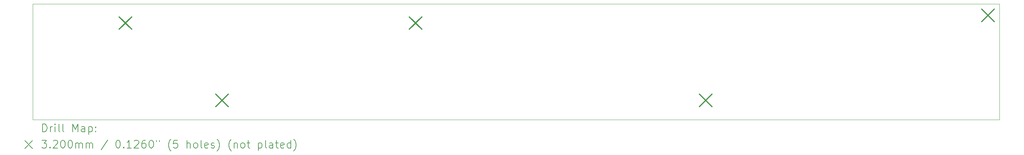
<source format=gbr>
%TF.GenerationSoftware,KiCad,Pcbnew,8.0.4*%
%TF.CreationDate,2024-09-19T20:08:32+02:00*%
%TF.ProjectId,Displays_Strip,44697370-6c61-4797-935f-53747269702e,rev?*%
%TF.SameCoordinates,Original*%
%TF.FileFunction,Drillmap*%
%TF.FilePolarity,Positive*%
%FSLAX45Y45*%
G04 Gerber Fmt 4.5, Leading zero omitted, Abs format (unit mm)*
G04 Created by KiCad (PCBNEW 8.0.4) date 2024-09-19 20:08:32*
%MOMM*%
%LPD*%
G01*
G04 APERTURE LIST*
%ADD10C,0.050000*%
%ADD11C,0.200000*%
%ADD12C,0.320000*%
G04 APERTURE END LIST*
D10*
X2000000Y-15000000D02*
X27000000Y-15000000D01*
X2000000Y-12000000D02*
X2000000Y-15000000D01*
X27000000Y-15000000D02*
X27000000Y-12000000D01*
X27000000Y-12000000D02*
X2000000Y-12000000D01*
D11*
D12*
X4240000Y-12340000D02*
X4560000Y-12660000D01*
X4560000Y-12340000D02*
X4240000Y-12660000D01*
X6740000Y-14340000D02*
X7060000Y-14660000D01*
X7060000Y-14340000D02*
X6740000Y-14660000D01*
X11740000Y-12340000D02*
X12060000Y-12660000D01*
X12060000Y-12340000D02*
X11740000Y-12660000D01*
X19240000Y-14340000D02*
X19560000Y-14660000D01*
X19560000Y-14340000D02*
X19240000Y-14660000D01*
X26540000Y-12140000D02*
X26860000Y-12460000D01*
X26860000Y-12140000D02*
X26540000Y-12460000D01*
D11*
X2258277Y-15313984D02*
X2258277Y-15113984D01*
X2258277Y-15113984D02*
X2305896Y-15113984D01*
X2305896Y-15113984D02*
X2334467Y-15123508D01*
X2334467Y-15123508D02*
X2353515Y-15142555D01*
X2353515Y-15142555D02*
X2363039Y-15161603D01*
X2363039Y-15161603D02*
X2372563Y-15199698D01*
X2372563Y-15199698D02*
X2372563Y-15228269D01*
X2372563Y-15228269D02*
X2363039Y-15266365D01*
X2363039Y-15266365D02*
X2353515Y-15285412D01*
X2353515Y-15285412D02*
X2334467Y-15304460D01*
X2334467Y-15304460D02*
X2305896Y-15313984D01*
X2305896Y-15313984D02*
X2258277Y-15313984D01*
X2458277Y-15313984D02*
X2458277Y-15180650D01*
X2458277Y-15218746D02*
X2467801Y-15199698D01*
X2467801Y-15199698D02*
X2477324Y-15190174D01*
X2477324Y-15190174D02*
X2496372Y-15180650D01*
X2496372Y-15180650D02*
X2515420Y-15180650D01*
X2582086Y-15313984D02*
X2582086Y-15180650D01*
X2582086Y-15113984D02*
X2572563Y-15123508D01*
X2572563Y-15123508D02*
X2582086Y-15133031D01*
X2582086Y-15133031D02*
X2591610Y-15123508D01*
X2591610Y-15123508D02*
X2582086Y-15113984D01*
X2582086Y-15113984D02*
X2582086Y-15133031D01*
X2705896Y-15313984D02*
X2686848Y-15304460D01*
X2686848Y-15304460D02*
X2677324Y-15285412D01*
X2677324Y-15285412D02*
X2677324Y-15113984D01*
X2810658Y-15313984D02*
X2791610Y-15304460D01*
X2791610Y-15304460D02*
X2782086Y-15285412D01*
X2782086Y-15285412D02*
X2782086Y-15113984D01*
X3039229Y-15313984D02*
X3039229Y-15113984D01*
X3039229Y-15113984D02*
X3105896Y-15256841D01*
X3105896Y-15256841D02*
X3172562Y-15113984D01*
X3172562Y-15113984D02*
X3172562Y-15313984D01*
X3353515Y-15313984D02*
X3353515Y-15209222D01*
X3353515Y-15209222D02*
X3343991Y-15190174D01*
X3343991Y-15190174D02*
X3324943Y-15180650D01*
X3324943Y-15180650D02*
X3286848Y-15180650D01*
X3286848Y-15180650D02*
X3267801Y-15190174D01*
X3353515Y-15304460D02*
X3334467Y-15313984D01*
X3334467Y-15313984D02*
X3286848Y-15313984D01*
X3286848Y-15313984D02*
X3267801Y-15304460D01*
X3267801Y-15304460D02*
X3258277Y-15285412D01*
X3258277Y-15285412D02*
X3258277Y-15266365D01*
X3258277Y-15266365D02*
X3267801Y-15247317D01*
X3267801Y-15247317D02*
X3286848Y-15237793D01*
X3286848Y-15237793D02*
X3334467Y-15237793D01*
X3334467Y-15237793D02*
X3353515Y-15228269D01*
X3448753Y-15180650D02*
X3448753Y-15380650D01*
X3448753Y-15190174D02*
X3467801Y-15180650D01*
X3467801Y-15180650D02*
X3505896Y-15180650D01*
X3505896Y-15180650D02*
X3524943Y-15190174D01*
X3524943Y-15190174D02*
X3534467Y-15199698D01*
X3534467Y-15199698D02*
X3543991Y-15218746D01*
X3543991Y-15218746D02*
X3543991Y-15275888D01*
X3543991Y-15275888D02*
X3534467Y-15294936D01*
X3534467Y-15294936D02*
X3524943Y-15304460D01*
X3524943Y-15304460D02*
X3505896Y-15313984D01*
X3505896Y-15313984D02*
X3467801Y-15313984D01*
X3467801Y-15313984D02*
X3448753Y-15304460D01*
X3629705Y-15294936D02*
X3639229Y-15304460D01*
X3639229Y-15304460D02*
X3629705Y-15313984D01*
X3629705Y-15313984D02*
X3620182Y-15304460D01*
X3620182Y-15304460D02*
X3629705Y-15294936D01*
X3629705Y-15294936D02*
X3629705Y-15313984D01*
X3629705Y-15190174D02*
X3639229Y-15199698D01*
X3639229Y-15199698D02*
X3629705Y-15209222D01*
X3629705Y-15209222D02*
X3620182Y-15199698D01*
X3620182Y-15199698D02*
X3629705Y-15190174D01*
X3629705Y-15190174D02*
X3629705Y-15209222D01*
X1797500Y-15542500D02*
X1997500Y-15742500D01*
X1997500Y-15542500D02*
X1797500Y-15742500D01*
X2239229Y-15533984D02*
X2363039Y-15533984D01*
X2363039Y-15533984D02*
X2296372Y-15610174D01*
X2296372Y-15610174D02*
X2324944Y-15610174D01*
X2324944Y-15610174D02*
X2343991Y-15619698D01*
X2343991Y-15619698D02*
X2353515Y-15629222D01*
X2353515Y-15629222D02*
X2363039Y-15648269D01*
X2363039Y-15648269D02*
X2363039Y-15695888D01*
X2363039Y-15695888D02*
X2353515Y-15714936D01*
X2353515Y-15714936D02*
X2343991Y-15724460D01*
X2343991Y-15724460D02*
X2324944Y-15733984D01*
X2324944Y-15733984D02*
X2267801Y-15733984D01*
X2267801Y-15733984D02*
X2248753Y-15724460D01*
X2248753Y-15724460D02*
X2239229Y-15714936D01*
X2448753Y-15714936D02*
X2458277Y-15724460D01*
X2458277Y-15724460D02*
X2448753Y-15733984D01*
X2448753Y-15733984D02*
X2439229Y-15724460D01*
X2439229Y-15724460D02*
X2448753Y-15714936D01*
X2448753Y-15714936D02*
X2448753Y-15733984D01*
X2534467Y-15553031D02*
X2543991Y-15543508D01*
X2543991Y-15543508D02*
X2563039Y-15533984D01*
X2563039Y-15533984D02*
X2610658Y-15533984D01*
X2610658Y-15533984D02*
X2629705Y-15543508D01*
X2629705Y-15543508D02*
X2639229Y-15553031D01*
X2639229Y-15553031D02*
X2648753Y-15572079D01*
X2648753Y-15572079D02*
X2648753Y-15591127D01*
X2648753Y-15591127D02*
X2639229Y-15619698D01*
X2639229Y-15619698D02*
X2524944Y-15733984D01*
X2524944Y-15733984D02*
X2648753Y-15733984D01*
X2772563Y-15533984D02*
X2791610Y-15533984D01*
X2791610Y-15533984D02*
X2810658Y-15543508D01*
X2810658Y-15543508D02*
X2820182Y-15553031D01*
X2820182Y-15553031D02*
X2829705Y-15572079D01*
X2829705Y-15572079D02*
X2839229Y-15610174D01*
X2839229Y-15610174D02*
X2839229Y-15657793D01*
X2839229Y-15657793D02*
X2829705Y-15695888D01*
X2829705Y-15695888D02*
X2820182Y-15714936D01*
X2820182Y-15714936D02*
X2810658Y-15724460D01*
X2810658Y-15724460D02*
X2791610Y-15733984D01*
X2791610Y-15733984D02*
X2772563Y-15733984D01*
X2772563Y-15733984D02*
X2753515Y-15724460D01*
X2753515Y-15724460D02*
X2743991Y-15714936D01*
X2743991Y-15714936D02*
X2734467Y-15695888D01*
X2734467Y-15695888D02*
X2724944Y-15657793D01*
X2724944Y-15657793D02*
X2724944Y-15610174D01*
X2724944Y-15610174D02*
X2734467Y-15572079D01*
X2734467Y-15572079D02*
X2743991Y-15553031D01*
X2743991Y-15553031D02*
X2753515Y-15543508D01*
X2753515Y-15543508D02*
X2772563Y-15533984D01*
X2963039Y-15533984D02*
X2982086Y-15533984D01*
X2982086Y-15533984D02*
X3001134Y-15543508D01*
X3001134Y-15543508D02*
X3010658Y-15553031D01*
X3010658Y-15553031D02*
X3020182Y-15572079D01*
X3020182Y-15572079D02*
X3029705Y-15610174D01*
X3029705Y-15610174D02*
X3029705Y-15657793D01*
X3029705Y-15657793D02*
X3020182Y-15695888D01*
X3020182Y-15695888D02*
X3010658Y-15714936D01*
X3010658Y-15714936D02*
X3001134Y-15724460D01*
X3001134Y-15724460D02*
X2982086Y-15733984D01*
X2982086Y-15733984D02*
X2963039Y-15733984D01*
X2963039Y-15733984D02*
X2943991Y-15724460D01*
X2943991Y-15724460D02*
X2934467Y-15714936D01*
X2934467Y-15714936D02*
X2924943Y-15695888D01*
X2924943Y-15695888D02*
X2915420Y-15657793D01*
X2915420Y-15657793D02*
X2915420Y-15610174D01*
X2915420Y-15610174D02*
X2924943Y-15572079D01*
X2924943Y-15572079D02*
X2934467Y-15553031D01*
X2934467Y-15553031D02*
X2943991Y-15543508D01*
X2943991Y-15543508D02*
X2963039Y-15533984D01*
X3115420Y-15733984D02*
X3115420Y-15600650D01*
X3115420Y-15619698D02*
X3124943Y-15610174D01*
X3124943Y-15610174D02*
X3143991Y-15600650D01*
X3143991Y-15600650D02*
X3172563Y-15600650D01*
X3172563Y-15600650D02*
X3191610Y-15610174D01*
X3191610Y-15610174D02*
X3201134Y-15629222D01*
X3201134Y-15629222D02*
X3201134Y-15733984D01*
X3201134Y-15629222D02*
X3210658Y-15610174D01*
X3210658Y-15610174D02*
X3229705Y-15600650D01*
X3229705Y-15600650D02*
X3258277Y-15600650D01*
X3258277Y-15600650D02*
X3277324Y-15610174D01*
X3277324Y-15610174D02*
X3286848Y-15629222D01*
X3286848Y-15629222D02*
X3286848Y-15733984D01*
X3382086Y-15733984D02*
X3382086Y-15600650D01*
X3382086Y-15619698D02*
X3391610Y-15610174D01*
X3391610Y-15610174D02*
X3410658Y-15600650D01*
X3410658Y-15600650D02*
X3439229Y-15600650D01*
X3439229Y-15600650D02*
X3458277Y-15610174D01*
X3458277Y-15610174D02*
X3467801Y-15629222D01*
X3467801Y-15629222D02*
X3467801Y-15733984D01*
X3467801Y-15629222D02*
X3477324Y-15610174D01*
X3477324Y-15610174D02*
X3496372Y-15600650D01*
X3496372Y-15600650D02*
X3524943Y-15600650D01*
X3524943Y-15600650D02*
X3543991Y-15610174D01*
X3543991Y-15610174D02*
X3553515Y-15629222D01*
X3553515Y-15629222D02*
X3553515Y-15733984D01*
X3943991Y-15524460D02*
X3772563Y-15781603D01*
X4201134Y-15533984D02*
X4220182Y-15533984D01*
X4220182Y-15533984D02*
X4239229Y-15543508D01*
X4239229Y-15543508D02*
X4248753Y-15553031D01*
X4248753Y-15553031D02*
X4258277Y-15572079D01*
X4258277Y-15572079D02*
X4267801Y-15610174D01*
X4267801Y-15610174D02*
X4267801Y-15657793D01*
X4267801Y-15657793D02*
X4258277Y-15695888D01*
X4258277Y-15695888D02*
X4248753Y-15714936D01*
X4248753Y-15714936D02*
X4239229Y-15724460D01*
X4239229Y-15724460D02*
X4220182Y-15733984D01*
X4220182Y-15733984D02*
X4201134Y-15733984D01*
X4201134Y-15733984D02*
X4182086Y-15724460D01*
X4182086Y-15724460D02*
X4172563Y-15714936D01*
X4172563Y-15714936D02*
X4163039Y-15695888D01*
X4163039Y-15695888D02*
X4153515Y-15657793D01*
X4153515Y-15657793D02*
X4153515Y-15610174D01*
X4153515Y-15610174D02*
X4163039Y-15572079D01*
X4163039Y-15572079D02*
X4172563Y-15553031D01*
X4172563Y-15553031D02*
X4182086Y-15543508D01*
X4182086Y-15543508D02*
X4201134Y-15533984D01*
X4353515Y-15714936D02*
X4363039Y-15724460D01*
X4363039Y-15724460D02*
X4353515Y-15733984D01*
X4353515Y-15733984D02*
X4343991Y-15724460D01*
X4343991Y-15724460D02*
X4353515Y-15714936D01*
X4353515Y-15714936D02*
X4353515Y-15733984D01*
X4553515Y-15733984D02*
X4439229Y-15733984D01*
X4496372Y-15733984D02*
X4496372Y-15533984D01*
X4496372Y-15533984D02*
X4477325Y-15562555D01*
X4477325Y-15562555D02*
X4458277Y-15581603D01*
X4458277Y-15581603D02*
X4439229Y-15591127D01*
X4629706Y-15553031D02*
X4639229Y-15543508D01*
X4639229Y-15543508D02*
X4658277Y-15533984D01*
X4658277Y-15533984D02*
X4705896Y-15533984D01*
X4705896Y-15533984D02*
X4724944Y-15543508D01*
X4724944Y-15543508D02*
X4734468Y-15553031D01*
X4734468Y-15553031D02*
X4743991Y-15572079D01*
X4743991Y-15572079D02*
X4743991Y-15591127D01*
X4743991Y-15591127D02*
X4734468Y-15619698D01*
X4734468Y-15619698D02*
X4620182Y-15733984D01*
X4620182Y-15733984D02*
X4743991Y-15733984D01*
X4915420Y-15533984D02*
X4877325Y-15533984D01*
X4877325Y-15533984D02*
X4858277Y-15543508D01*
X4858277Y-15543508D02*
X4848753Y-15553031D01*
X4848753Y-15553031D02*
X4829706Y-15581603D01*
X4829706Y-15581603D02*
X4820182Y-15619698D01*
X4820182Y-15619698D02*
X4820182Y-15695888D01*
X4820182Y-15695888D02*
X4829706Y-15714936D01*
X4829706Y-15714936D02*
X4839229Y-15724460D01*
X4839229Y-15724460D02*
X4858277Y-15733984D01*
X4858277Y-15733984D02*
X4896372Y-15733984D01*
X4896372Y-15733984D02*
X4915420Y-15724460D01*
X4915420Y-15724460D02*
X4924944Y-15714936D01*
X4924944Y-15714936D02*
X4934468Y-15695888D01*
X4934468Y-15695888D02*
X4934468Y-15648269D01*
X4934468Y-15648269D02*
X4924944Y-15629222D01*
X4924944Y-15629222D02*
X4915420Y-15619698D01*
X4915420Y-15619698D02*
X4896372Y-15610174D01*
X4896372Y-15610174D02*
X4858277Y-15610174D01*
X4858277Y-15610174D02*
X4839229Y-15619698D01*
X4839229Y-15619698D02*
X4829706Y-15629222D01*
X4829706Y-15629222D02*
X4820182Y-15648269D01*
X5058277Y-15533984D02*
X5077325Y-15533984D01*
X5077325Y-15533984D02*
X5096372Y-15543508D01*
X5096372Y-15543508D02*
X5105896Y-15553031D01*
X5105896Y-15553031D02*
X5115420Y-15572079D01*
X5115420Y-15572079D02*
X5124944Y-15610174D01*
X5124944Y-15610174D02*
X5124944Y-15657793D01*
X5124944Y-15657793D02*
X5115420Y-15695888D01*
X5115420Y-15695888D02*
X5105896Y-15714936D01*
X5105896Y-15714936D02*
X5096372Y-15724460D01*
X5096372Y-15724460D02*
X5077325Y-15733984D01*
X5077325Y-15733984D02*
X5058277Y-15733984D01*
X5058277Y-15733984D02*
X5039229Y-15724460D01*
X5039229Y-15724460D02*
X5029706Y-15714936D01*
X5029706Y-15714936D02*
X5020182Y-15695888D01*
X5020182Y-15695888D02*
X5010658Y-15657793D01*
X5010658Y-15657793D02*
X5010658Y-15610174D01*
X5010658Y-15610174D02*
X5020182Y-15572079D01*
X5020182Y-15572079D02*
X5029706Y-15553031D01*
X5029706Y-15553031D02*
X5039229Y-15543508D01*
X5039229Y-15543508D02*
X5058277Y-15533984D01*
X5201134Y-15533984D02*
X5201134Y-15572079D01*
X5277325Y-15533984D02*
X5277325Y-15572079D01*
X5572563Y-15810174D02*
X5563039Y-15800650D01*
X5563039Y-15800650D02*
X5543991Y-15772079D01*
X5543991Y-15772079D02*
X5534468Y-15753031D01*
X5534468Y-15753031D02*
X5524944Y-15724460D01*
X5524944Y-15724460D02*
X5515420Y-15676841D01*
X5515420Y-15676841D02*
X5515420Y-15638746D01*
X5515420Y-15638746D02*
X5524944Y-15591127D01*
X5524944Y-15591127D02*
X5534468Y-15562555D01*
X5534468Y-15562555D02*
X5543991Y-15543508D01*
X5543991Y-15543508D02*
X5563039Y-15514936D01*
X5563039Y-15514936D02*
X5572563Y-15505412D01*
X5743991Y-15533984D02*
X5648753Y-15533984D01*
X5648753Y-15533984D02*
X5639229Y-15629222D01*
X5639229Y-15629222D02*
X5648753Y-15619698D01*
X5648753Y-15619698D02*
X5667801Y-15610174D01*
X5667801Y-15610174D02*
X5715420Y-15610174D01*
X5715420Y-15610174D02*
X5734468Y-15619698D01*
X5734468Y-15619698D02*
X5743991Y-15629222D01*
X5743991Y-15629222D02*
X5753515Y-15648269D01*
X5753515Y-15648269D02*
X5753515Y-15695888D01*
X5753515Y-15695888D02*
X5743991Y-15714936D01*
X5743991Y-15714936D02*
X5734468Y-15724460D01*
X5734468Y-15724460D02*
X5715420Y-15733984D01*
X5715420Y-15733984D02*
X5667801Y-15733984D01*
X5667801Y-15733984D02*
X5648753Y-15724460D01*
X5648753Y-15724460D02*
X5639229Y-15714936D01*
X5991610Y-15733984D02*
X5991610Y-15533984D01*
X6077325Y-15733984D02*
X6077325Y-15629222D01*
X6077325Y-15629222D02*
X6067801Y-15610174D01*
X6067801Y-15610174D02*
X6048753Y-15600650D01*
X6048753Y-15600650D02*
X6020182Y-15600650D01*
X6020182Y-15600650D02*
X6001134Y-15610174D01*
X6001134Y-15610174D02*
X5991610Y-15619698D01*
X6201134Y-15733984D02*
X6182087Y-15724460D01*
X6182087Y-15724460D02*
X6172563Y-15714936D01*
X6172563Y-15714936D02*
X6163039Y-15695888D01*
X6163039Y-15695888D02*
X6163039Y-15638746D01*
X6163039Y-15638746D02*
X6172563Y-15619698D01*
X6172563Y-15619698D02*
X6182087Y-15610174D01*
X6182087Y-15610174D02*
X6201134Y-15600650D01*
X6201134Y-15600650D02*
X6229706Y-15600650D01*
X6229706Y-15600650D02*
X6248753Y-15610174D01*
X6248753Y-15610174D02*
X6258277Y-15619698D01*
X6258277Y-15619698D02*
X6267801Y-15638746D01*
X6267801Y-15638746D02*
X6267801Y-15695888D01*
X6267801Y-15695888D02*
X6258277Y-15714936D01*
X6258277Y-15714936D02*
X6248753Y-15724460D01*
X6248753Y-15724460D02*
X6229706Y-15733984D01*
X6229706Y-15733984D02*
X6201134Y-15733984D01*
X6382087Y-15733984D02*
X6363039Y-15724460D01*
X6363039Y-15724460D02*
X6353515Y-15705412D01*
X6353515Y-15705412D02*
X6353515Y-15533984D01*
X6534468Y-15724460D02*
X6515420Y-15733984D01*
X6515420Y-15733984D02*
X6477325Y-15733984D01*
X6477325Y-15733984D02*
X6458277Y-15724460D01*
X6458277Y-15724460D02*
X6448753Y-15705412D01*
X6448753Y-15705412D02*
X6448753Y-15629222D01*
X6448753Y-15629222D02*
X6458277Y-15610174D01*
X6458277Y-15610174D02*
X6477325Y-15600650D01*
X6477325Y-15600650D02*
X6515420Y-15600650D01*
X6515420Y-15600650D02*
X6534468Y-15610174D01*
X6534468Y-15610174D02*
X6543991Y-15629222D01*
X6543991Y-15629222D02*
X6543991Y-15648269D01*
X6543991Y-15648269D02*
X6448753Y-15667317D01*
X6620182Y-15724460D02*
X6639230Y-15733984D01*
X6639230Y-15733984D02*
X6677325Y-15733984D01*
X6677325Y-15733984D02*
X6696372Y-15724460D01*
X6696372Y-15724460D02*
X6705896Y-15705412D01*
X6705896Y-15705412D02*
X6705896Y-15695888D01*
X6705896Y-15695888D02*
X6696372Y-15676841D01*
X6696372Y-15676841D02*
X6677325Y-15667317D01*
X6677325Y-15667317D02*
X6648753Y-15667317D01*
X6648753Y-15667317D02*
X6629706Y-15657793D01*
X6629706Y-15657793D02*
X6620182Y-15638746D01*
X6620182Y-15638746D02*
X6620182Y-15629222D01*
X6620182Y-15629222D02*
X6629706Y-15610174D01*
X6629706Y-15610174D02*
X6648753Y-15600650D01*
X6648753Y-15600650D02*
X6677325Y-15600650D01*
X6677325Y-15600650D02*
X6696372Y-15610174D01*
X6772563Y-15810174D02*
X6782087Y-15800650D01*
X6782087Y-15800650D02*
X6801134Y-15772079D01*
X6801134Y-15772079D02*
X6810658Y-15753031D01*
X6810658Y-15753031D02*
X6820182Y-15724460D01*
X6820182Y-15724460D02*
X6829706Y-15676841D01*
X6829706Y-15676841D02*
X6829706Y-15638746D01*
X6829706Y-15638746D02*
X6820182Y-15591127D01*
X6820182Y-15591127D02*
X6810658Y-15562555D01*
X6810658Y-15562555D02*
X6801134Y-15543508D01*
X6801134Y-15543508D02*
X6782087Y-15514936D01*
X6782087Y-15514936D02*
X6772563Y-15505412D01*
X7134468Y-15810174D02*
X7124944Y-15800650D01*
X7124944Y-15800650D02*
X7105896Y-15772079D01*
X7105896Y-15772079D02*
X7096372Y-15753031D01*
X7096372Y-15753031D02*
X7086849Y-15724460D01*
X7086849Y-15724460D02*
X7077325Y-15676841D01*
X7077325Y-15676841D02*
X7077325Y-15638746D01*
X7077325Y-15638746D02*
X7086849Y-15591127D01*
X7086849Y-15591127D02*
X7096372Y-15562555D01*
X7096372Y-15562555D02*
X7105896Y-15543508D01*
X7105896Y-15543508D02*
X7124944Y-15514936D01*
X7124944Y-15514936D02*
X7134468Y-15505412D01*
X7210658Y-15600650D02*
X7210658Y-15733984D01*
X7210658Y-15619698D02*
X7220182Y-15610174D01*
X7220182Y-15610174D02*
X7239230Y-15600650D01*
X7239230Y-15600650D02*
X7267801Y-15600650D01*
X7267801Y-15600650D02*
X7286849Y-15610174D01*
X7286849Y-15610174D02*
X7296372Y-15629222D01*
X7296372Y-15629222D02*
X7296372Y-15733984D01*
X7420182Y-15733984D02*
X7401134Y-15724460D01*
X7401134Y-15724460D02*
X7391611Y-15714936D01*
X7391611Y-15714936D02*
X7382087Y-15695888D01*
X7382087Y-15695888D02*
X7382087Y-15638746D01*
X7382087Y-15638746D02*
X7391611Y-15619698D01*
X7391611Y-15619698D02*
X7401134Y-15610174D01*
X7401134Y-15610174D02*
X7420182Y-15600650D01*
X7420182Y-15600650D02*
X7448753Y-15600650D01*
X7448753Y-15600650D02*
X7467801Y-15610174D01*
X7467801Y-15610174D02*
X7477325Y-15619698D01*
X7477325Y-15619698D02*
X7486849Y-15638746D01*
X7486849Y-15638746D02*
X7486849Y-15695888D01*
X7486849Y-15695888D02*
X7477325Y-15714936D01*
X7477325Y-15714936D02*
X7467801Y-15724460D01*
X7467801Y-15724460D02*
X7448753Y-15733984D01*
X7448753Y-15733984D02*
X7420182Y-15733984D01*
X7543992Y-15600650D02*
X7620182Y-15600650D01*
X7572563Y-15533984D02*
X7572563Y-15705412D01*
X7572563Y-15705412D02*
X7582087Y-15724460D01*
X7582087Y-15724460D02*
X7601134Y-15733984D01*
X7601134Y-15733984D02*
X7620182Y-15733984D01*
X7839230Y-15600650D02*
X7839230Y-15800650D01*
X7839230Y-15610174D02*
X7858277Y-15600650D01*
X7858277Y-15600650D02*
X7896373Y-15600650D01*
X7896373Y-15600650D02*
X7915420Y-15610174D01*
X7915420Y-15610174D02*
X7924944Y-15619698D01*
X7924944Y-15619698D02*
X7934468Y-15638746D01*
X7934468Y-15638746D02*
X7934468Y-15695888D01*
X7934468Y-15695888D02*
X7924944Y-15714936D01*
X7924944Y-15714936D02*
X7915420Y-15724460D01*
X7915420Y-15724460D02*
X7896373Y-15733984D01*
X7896373Y-15733984D02*
X7858277Y-15733984D01*
X7858277Y-15733984D02*
X7839230Y-15724460D01*
X8048753Y-15733984D02*
X8029706Y-15724460D01*
X8029706Y-15724460D02*
X8020182Y-15705412D01*
X8020182Y-15705412D02*
X8020182Y-15533984D01*
X8210658Y-15733984D02*
X8210658Y-15629222D01*
X8210658Y-15629222D02*
X8201134Y-15610174D01*
X8201134Y-15610174D02*
X8182087Y-15600650D01*
X8182087Y-15600650D02*
X8143992Y-15600650D01*
X8143992Y-15600650D02*
X8124944Y-15610174D01*
X8210658Y-15724460D02*
X8191611Y-15733984D01*
X8191611Y-15733984D02*
X8143992Y-15733984D01*
X8143992Y-15733984D02*
X8124944Y-15724460D01*
X8124944Y-15724460D02*
X8115420Y-15705412D01*
X8115420Y-15705412D02*
X8115420Y-15686365D01*
X8115420Y-15686365D02*
X8124944Y-15667317D01*
X8124944Y-15667317D02*
X8143992Y-15657793D01*
X8143992Y-15657793D02*
X8191611Y-15657793D01*
X8191611Y-15657793D02*
X8210658Y-15648269D01*
X8277325Y-15600650D02*
X8353515Y-15600650D01*
X8305896Y-15533984D02*
X8305896Y-15705412D01*
X8305896Y-15705412D02*
X8315420Y-15724460D01*
X8315420Y-15724460D02*
X8334468Y-15733984D01*
X8334468Y-15733984D02*
X8353515Y-15733984D01*
X8496373Y-15724460D02*
X8477325Y-15733984D01*
X8477325Y-15733984D02*
X8439230Y-15733984D01*
X8439230Y-15733984D02*
X8420182Y-15724460D01*
X8420182Y-15724460D02*
X8410658Y-15705412D01*
X8410658Y-15705412D02*
X8410658Y-15629222D01*
X8410658Y-15629222D02*
X8420182Y-15610174D01*
X8420182Y-15610174D02*
X8439230Y-15600650D01*
X8439230Y-15600650D02*
X8477325Y-15600650D01*
X8477325Y-15600650D02*
X8496373Y-15610174D01*
X8496373Y-15610174D02*
X8505896Y-15629222D01*
X8505896Y-15629222D02*
X8505896Y-15648269D01*
X8505896Y-15648269D02*
X8410658Y-15667317D01*
X8677325Y-15733984D02*
X8677325Y-15533984D01*
X8677325Y-15724460D02*
X8658277Y-15733984D01*
X8658277Y-15733984D02*
X8620182Y-15733984D01*
X8620182Y-15733984D02*
X8601135Y-15724460D01*
X8601135Y-15724460D02*
X8591611Y-15714936D01*
X8591611Y-15714936D02*
X8582087Y-15695888D01*
X8582087Y-15695888D02*
X8582087Y-15638746D01*
X8582087Y-15638746D02*
X8591611Y-15619698D01*
X8591611Y-15619698D02*
X8601135Y-15610174D01*
X8601135Y-15610174D02*
X8620182Y-15600650D01*
X8620182Y-15600650D02*
X8658277Y-15600650D01*
X8658277Y-15600650D02*
X8677325Y-15610174D01*
X8753516Y-15810174D02*
X8763039Y-15800650D01*
X8763039Y-15800650D02*
X8782087Y-15772079D01*
X8782087Y-15772079D02*
X8791611Y-15753031D01*
X8791611Y-15753031D02*
X8801135Y-15724460D01*
X8801135Y-15724460D02*
X8810658Y-15676841D01*
X8810658Y-15676841D02*
X8810658Y-15638746D01*
X8810658Y-15638746D02*
X8801135Y-15591127D01*
X8801135Y-15591127D02*
X8791611Y-15562555D01*
X8791611Y-15562555D02*
X8782087Y-15543508D01*
X8782087Y-15543508D02*
X8763039Y-15514936D01*
X8763039Y-15514936D02*
X8753516Y-15505412D01*
M02*

</source>
